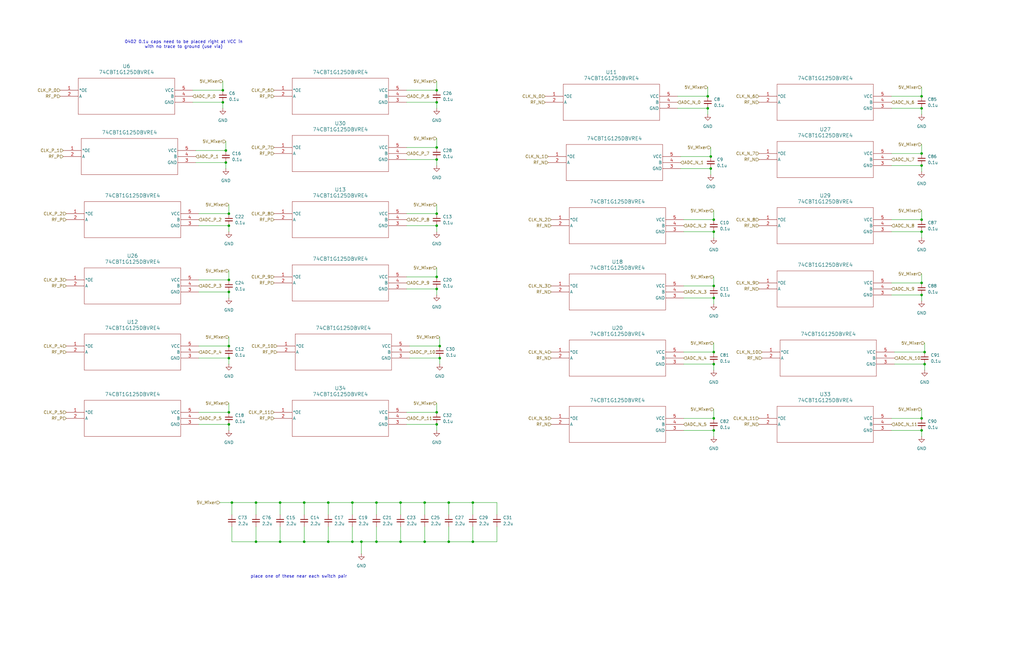
<source format=kicad_sch>
(kicad_sch (version 20250114) (generator "eeschema") (generator_version "9.0")
  (paper "B")
  (title_block (title "Rx Mixers") (date "2025-12-31") (rev "0.0") (company "Andy McCann KA3KAF and Doug McCann KA3KAG"))
  (lib_symbols
    (symbol "Device:C_Small" (pin_numbers (hide yes)) (pin_names (offset 0.254) (hide yes))
      (property "Reference" "C" (at 0.254 1.778 0))
      (property "Value" "C_Small" (at 0.254 -2.032 0))
      (symbol "C_Small_0_1"
        (polyline (pts (xy -1.524 0.508) (xy 1.524 0.508)) (stroke (width 0.3048)))
        (polyline (pts (xy -1.524 -0.508) (xy 1.524 -0.508)) (stroke (width 0.3302)))
      )
      (symbol "C_Small_1_1"
        (pin passive line (at 0 2.54 270) (length 2.032) (name "~") (number "1"))
        (pin passive line (at 0 -2.54 90) (length 2.032) (name "~") (number "2"))
      )
    )
    (symbol "SN74CBT1G125:74CBT1G125DBVRE4" (pin_names (offset 0.254))
      (property "Reference" "U" (at 27.94 10.16 0))
      (property "Value" "74CBT1G125DBVRE4" (at 27.94 7.62 0))
      (symbol "74CBT1G125DBVRE4_0_1"
        (polyline (pts (xy 7.62 5.08) (xy 7.62 -10.16)) (stroke (width 0.127)))
        (polyline (pts (xy 7.62 -10.16) (xy 48.26 -10.16)) (stroke (width 0.127)))
        (polyline (pts (xy 48.26 5.08) (xy 7.62 5.08)) (stroke (width 0.127)))
        (polyline (pts (xy 48.26 -10.16) (xy 48.26 5.08)) (stroke (width 0.127)))
        (pin input line (at 0 0 0) (length 7.62) (name "*OE") (number "1"))
        (pin input line (at 0 -2.54 0) (length 7.62) (name "A") (number "2"))
        (pin power_in line (at 55.88 0 180) (length 7.62) (name "VCC") (number "5"))
        (pin input line (at 55.88 -2.54 180) (length 7.62) (name "B") (number "4"))
        (pin power_in line (at 55.88 -5.08 180) (length 7.62) (name "GND") (number "3"))
      )
    )
    (symbol "power:GND" (power) (pin_numbers (hide yes)) (pin_names (offset 0) (hide yes))
      (property "Value" "GND" (at 0 -3.81 0))
      (symbol "GND_0_1"
        (polyline (pts (xy 0 0) (xy 0 -1.27) (xy 1.27 -1.27) (xy 0 -2.54) (xy -1.27 -1.27) (xy 0 -1.27)))
      )
      (symbol "GND_1_1"
        (pin power_in line (at 0 0 270) (length 0) (name "~") (number "1"))
      )
    )
  )
  (text "place one of these near each switch pair" (at 125.984 243.332 0) (effects (font (size 1.27 1.27))))
  (text "0402 0.1u caps need to be placed right at VCC in\nwith no trace to ground (use via)" (at 77.47 18.796 0) (effects (font (size 1.27 1.27))))
  (junction (at 96.52 95.25))
  (junction (at 179.07 228.6))
  (junction (at 184.15 95.25))
  (junction (at 388.62 181.61))
  (junction (at 107.95 212.09))
  (junction (at 96.52 179.07))
  (junction (at 168.91 228.6))
  (junction (at 179.07 212.09))
  (junction (at 97.79 212.09))
  (junction (at 128.27 212.09))
  (junction (at 118.11 228.6))
  (junction (at 300.99 120.65))
  (junction (at 138.43 228.6))
  (junction (at 300.99 97.79))
  (junction (at 388.62 124.46))
  (junction (at 96.52 146.05))
  (junction (at 299.72 71.12))
  (junction (at 388.62 45.72))
  (junction (at 168.91 212.09))
  (junction (at 389.89 153.67))
  (junction (at 118.11 212.09))
  (junction (at 298.45 40.64))
  (junction (at 300.99 125.73))
  (junction (at 388.62 40.64))
  (junction (at 184.15 173.99))
  (junction (at 96.52 123.19))
  (junction (at 388.62 69.85))
  (junction (at 199.39 228.6))
  (junction (at 389.89 148.59))
  (junction (at 158.75 228.6))
  (junction (at 185.42 146.05))
  (junction (at 189.23 212.09))
  (junction (at 96.52 151.13))
  (junction (at 184.15 179.07))
  (junction (at 388.62 92.71))
  (junction (at 199.39 212.09))
  (junction (at 93.98 43.18))
  (junction (at 388.62 119.38))
  (junction (at 185.42 151.13))
  (junction (at 93.98 38.1))
  (junction (at 184.15 43.18))
  (junction (at 300.99 181.61))
  (junction (at 184.15 62.23))
  (junction (at 96.52 90.17))
  (junction (at 128.27 228.6))
  (junction (at 95.25 68.58))
  (junction (at 388.62 176.53))
  (junction (at 158.75 212.09))
  (junction (at 388.62 97.79))
  (junction (at 95.25 63.5))
  (junction (at 189.23 228.6))
  (junction (at 184.15 90.17))
  (junction (at 300.99 148.59))
  (junction (at 148.59 212.09))
  (junction (at 138.43 212.09))
  (junction (at 298.45 45.72))
  (junction (at 148.59 228.6))
  (junction (at 299.72 66.04))
  (junction (at 152.4 228.6))
  (junction (at 300.99 176.53))
  (junction (at 184.15 38.1))
  (junction (at 300.99 92.71))
  (junction (at 107.95 228.6))
  (junction (at 184.15 116.84))
  (junction (at 184.15 121.92))
  (junction (at 388.62 64.77))
  (junction (at 300.99 153.67))
  (junction (at 184.15 67.31))
  (junction (at 96.52 173.99))
  (junction (at 96.52 118.11))
  (wire (pts (xy 375.92 69.85) (xy 388.62 69.85)))
  (wire (pts (xy 388.62 92.71) (xy 388.62 88.9)))
  (wire (pts (xy 209.55 212.09) (xy 209.55 217.17)))
  (wire (pts (xy 93.98 38.1) (xy 93.98 34.29)))
  (wire (pts (xy 184.15 90.17) (xy 184.15 86.36)))
  (wire (pts (xy 199.39 222.25) (xy 199.39 228.6)))
  (wire (pts (xy 288.29 181.61) (xy 300.99 181.61)))
  (wire (pts (xy 81.28 43.18) (xy 93.98 43.18)))
  (wire (pts (xy 388.62 124.46) (xy 388.62 127)))
  (wire (pts (xy 83.82 90.17) (xy 96.52 90.17)))
  (wire (pts (xy 97.79 228.6) (xy 107.95 228.6)))
  (wire (pts (xy 388.62 181.61) (xy 388.62 184.15)))
  (wire (pts (xy 128.27 212.09) (xy 138.43 212.09)))
  (wire (pts (xy 300.99 153.67) (xy 300.99 156.21)))
  (wire (pts (xy 288.29 120.65) (xy 300.99 120.65)))
  (wire (pts (xy 375.92 176.53) (xy 388.62 176.53)))
  (wire (pts (xy 96.52 90.17) (xy 96.52 86.36)))
  (wire (pts (xy 375.92 64.77) (xy 388.62 64.77)))
  (wire (pts (xy 138.43 212.09) (xy 138.43 217.17)))
  (wire (pts (xy 209.55 222.25) (xy 209.55 228.6)))
  (wire (pts (xy 172.72 146.05) (xy 185.42 146.05)))
  (wire (pts (xy 83.82 146.05) (xy 96.52 146.05)))
  (wire (pts (xy 300.99 181.61) (xy 300.99 184.15)))
  (wire (pts (xy 158.75 212.09) (xy 168.91 212.09)))
  (wire (pts (xy 285.75 40.64) (xy 298.45 40.64)))
  (wire (pts (xy 83.82 173.99) (xy 96.52 173.99)))
  (wire (pts (xy 300.99 148.59) (xy 300.99 144.78)))
  (wire (pts (xy 189.23 212.09) (xy 189.23 217.17)))
  (wire (pts (xy 288.29 125.73) (xy 300.99 125.73)))
  (wire (pts (xy 184.15 67.31) (xy 184.15 69.85)))
  (wire (pts (xy 184.15 179.07) (xy 184.15 181.61)))
  (wire (pts (xy 158.75 222.25) (xy 158.75 228.6)))
  (wire (pts (xy 184.15 95.25) (xy 184.15 97.79)))
  (wire (pts (xy 83.82 123.19) (xy 96.52 123.19)))
  (wire (pts (xy 199.39 228.6) (xy 209.55 228.6)))
  (wire (pts (xy 171.45 179.07) (xy 184.15 179.07)))
  (wire (pts (xy 300.99 125.73) (xy 300.99 128.27)))
  (wire (pts (xy 118.11 228.6) (xy 128.27 228.6)))
  (wire (pts (xy 107.95 212.09) (xy 118.11 212.09)))
  (wire (pts (xy 96.52 95.25) (xy 96.52 97.79)))
  (wire (pts (xy 388.62 119.38) (xy 388.62 115.57)))
  (wire (pts (xy 138.43 212.09) (xy 148.59 212.09)))
  (wire (pts (xy 168.91 212.09) (xy 179.07 212.09)))
  (wire (pts (xy 168.91 228.6) (xy 179.07 228.6)))
  (wire (pts (xy 148.59 228.6) (xy 152.4 228.6)))
  (wire (pts (xy 185.42 151.13) (xy 185.42 153.67)))
  (wire (pts (xy 375.92 181.61) (xy 388.62 181.61)))
  (wire (pts (xy 377.19 148.59) (xy 389.89 148.59)))
  (wire (pts (xy 171.45 43.18) (xy 184.15 43.18)))
  (wire (pts (xy 388.62 64.77) (xy 388.62 60.96)))
  (wire (pts (xy 300.99 120.65) (xy 300.99 116.84)))
  (wire (pts (xy 97.79 212.09) (xy 97.79 217.17)))
  (wire (pts (xy 171.45 95.25) (xy 184.15 95.25)))
  (wire (pts (xy 288.29 148.59) (xy 300.99 148.59)))
  (wire (pts (xy 287.02 71.12) (xy 299.72 71.12)))
  (wire (pts (xy 107.95 222.25) (xy 107.95 228.6)))
  (wire (pts (xy 148.59 222.25) (xy 148.59 228.6)))
  (wire (pts (xy 189.23 212.09) (xy 199.39 212.09)))
  (wire (pts (xy 288.29 176.53) (xy 300.99 176.53)))
  (wire (pts (xy 107.95 212.09) (xy 107.95 217.17)))
  (wire (pts (xy 128.27 212.09) (xy 128.27 217.17)))
  (wire (pts (xy 96.52 151.13) (xy 96.52 153.67)))
  (wire (pts (xy 288.29 153.67) (xy 300.99 153.67)))
  (wire (pts (xy 97.79 212.09) (xy 107.95 212.09)))
  (wire (pts (xy 299.72 66.04) (xy 299.72 62.23)))
  (wire (pts (xy 97.79 222.25) (xy 97.79 228.6)))
  (wire (pts (xy 96.52 173.99) (xy 96.52 170.18)))
  (wire (pts (xy 95.25 68.58) (xy 95.25 71.12)))
  (wire (pts (xy 172.72 151.13) (xy 185.42 151.13)))
  (wire (pts (xy 184.15 38.1) (xy 184.15 34.29)))
  (wire (pts (xy 95.25 63.5) (xy 95.25 59.69)))
  (wire (pts (xy 184.15 121.92) (xy 184.15 124.46)))
  (wire (pts (xy 118.11 222.25) (xy 118.11 228.6)))
  (wire (pts (xy 184.15 173.99) (xy 184.15 170.18)))
  (wire (pts (xy 171.45 173.99) (xy 184.15 173.99)))
  (wire (pts (xy 128.27 222.25) (xy 128.27 228.6)))
  (wire (pts (xy 152.4 228.6) (xy 158.75 228.6)))
  (wire (pts (xy 83.82 179.07) (xy 96.52 179.07)))
  (wire (pts (xy 375.92 40.64) (xy 388.62 40.64)))
  (wire (pts (xy 138.43 228.6) (xy 148.59 228.6)))
  (wire (pts (xy 148.59 212.09) (xy 148.59 217.17)))
  (wire (pts (xy 158.75 228.6) (xy 168.91 228.6)))
  (wire (pts (xy 118.11 212.09) (xy 118.11 217.17)))
  (wire (pts (xy 375.92 119.38) (xy 388.62 119.38)))
  (wire (pts (xy 171.45 67.31) (xy 184.15 67.31)))
  (wire (pts (xy 388.62 69.85) (xy 388.62 72.39)))
  (wire (pts (xy 179.07 212.09) (xy 189.23 212.09)))
  (wire (pts (xy 388.62 45.72) (xy 388.62 48.26)))
  (wire (pts (xy 96.52 179.07) (xy 96.52 181.61)))
  (wire (pts (xy 199.39 212.09) (xy 209.55 212.09)))
  (wire (pts (xy 128.27 228.6) (xy 138.43 228.6)))
  (wire (pts (xy 300.99 97.79) (xy 300.99 100.33)))
  (wire (pts (xy 375.92 124.46) (xy 388.62 124.46)))
  (wire (pts (xy 83.82 95.25) (xy 96.52 95.25)))
  (wire (pts (xy 179.07 222.25) (xy 179.07 228.6)))
  (wire (pts (xy 148.59 212.09) (xy 158.75 212.09)))
  (wire (pts (xy 158.75 212.09) (xy 158.75 217.17)))
  (wire (pts (xy 171.45 38.1) (xy 184.15 38.1)))
  (wire (pts (xy 96.52 123.19) (xy 96.52 125.73)))
  (wire (pts (xy 388.62 97.79) (xy 388.62 100.33)))
  (wire (pts (xy 377.19 153.67) (xy 389.89 153.67)))
  (wire (pts (xy 92.71 212.09) (xy 97.79 212.09)))
  (wire (pts (xy 118.11 212.09) (xy 128.27 212.09)))
  (wire (pts (xy 375.92 45.72) (xy 388.62 45.72)))
  (wire (pts (xy 199.39 212.09) (xy 199.39 217.17)))
  (wire (pts (xy 81.28 38.1) (xy 93.98 38.1)))
  (wire (pts (xy 96.52 118.11) (xy 96.52 114.3)))
  (wire (pts (xy 179.07 228.6) (xy 189.23 228.6)))
  (wire (pts (xy 288.29 92.71) (xy 300.99 92.71)))
  (wire (pts (xy 288.29 97.79) (xy 300.99 97.79)))
  (wire (pts (xy 299.72 71.12) (xy 299.72 73.66)))
  (wire (pts (xy 300.99 92.71) (xy 300.99 88.9)))
  (wire (pts (xy 184.15 116.84) (xy 184.15 113.03)))
  (wire (pts (xy 298.45 45.72) (xy 298.45 48.26)))
  (wire (pts (xy 389.89 148.59) (xy 389.89 144.78)))
  (wire (pts (xy 389.89 153.67) (xy 389.89 156.21)))
  (wire (pts (xy 168.91 222.25) (xy 168.91 228.6)))
  (wire (pts (xy 171.45 116.84) (xy 184.15 116.84)))
  (wire (pts (xy 138.43 222.25) (xy 138.43 228.6)))
  (wire (pts (xy 298.45 40.64) (xy 298.45 36.83)))
  (wire (pts (xy 185.42 146.05) (xy 185.42 142.24)))
  (wire (pts (xy 171.45 90.17) (xy 184.15 90.17)))
  (wire (pts (xy 285.75 45.72) (xy 298.45 45.72)))
  (wire (pts (xy 168.91 212.09) (xy 168.91 217.17)))
  (wire (pts (xy 184.15 43.18) (xy 184.15 45.72)))
  (wire (pts (xy 189.23 228.6) (xy 199.39 228.6)))
  (wire (pts (xy 96.52 146.05) (xy 96.52 142.24)))
  (wire (pts (xy 184.15 62.23) (xy 184.15 58.42)))
  (wire (pts (xy 171.45 121.92) (xy 184.15 121.92)))
  (wire (pts (xy 93.98 43.18) (xy 93.98 45.72)))
  (wire (pts (xy 171.45 62.23) (xy 184.15 62.23)))
  (wire (pts (xy 388.62 176.53) (xy 388.62 172.72)))
  (wire (pts (xy 179.07 212.09) (xy 179.07 217.17)))
  (wire (pts (xy 82.55 63.5) (xy 95.25 63.5)))
  (wire (pts (xy 287.02 66.04) (xy 299.72 66.04)))
  (wire (pts (xy 375.92 97.79) (xy 388.62 97.79)))
  (wire (pts (xy 300.99 176.53) (xy 300.99 172.72)))
  (wire (pts (xy 189.23 222.25) (xy 189.23 228.6)))
  (wire (pts (xy 83.82 151.13) (xy 96.52 151.13)))
  (wire (pts (xy 388.62 40.64) (xy 388.62 36.83)))
  (wire (pts (xy 82.55 68.58) (xy 95.25 68.58)))
  (wire (pts (xy 375.92 92.71) (xy 388.62 92.71)))
  (wire (pts (xy 152.4 228.6) (xy 152.4 233.68)))
  (wire (pts (xy 107.95 228.6) (xy 118.11 228.6)))
  (wire (pts (xy 83.82 118.11) (xy 96.52 118.11)))
  (hierarchical_label "CLK_N_8" (shape input) (at 320.04 92.71 180))
  (hierarchical_label "RF_P" (shape input) (at 27.94 148.59 180))
  (hierarchical_label "RF_N" (shape input) (at 320.04 179.07 180))
  (hierarchical_label "5V_Mixer" (shape input) (at 388.62 88.9 180))
  (hierarchical_label "ADC_P_0" (shape input) (at 81.28 40.64 0))
  (hierarchical_label "5V_Mixer" (shape input) (at 185.42 142.24 180))
  (hierarchical_label "CLK_N_0" (shape input) (at 229.87 40.64 180))
  (hierarchical_label "5V_Mixer" (shape input) (at 300.99 172.72 180))
  (hierarchical_label "CLK_P_1" (shape input) (at 26.67 63.5 180))
  (hierarchical_label "ADC_P_9" (shape input) (at 171.45 119.38 0))
  (hierarchical_label "RF_N" (shape input) (at 321.31 151.13 180))
  (hierarchical_label "ADC_N_3" (shape input) (at 288.29 123.19 0))
  (hierarchical_label "CLK_P_7" (shape input) (at 115.57 62.23 180))
  (hierarchical_label "ADC_P_2" (shape input) (at 83.82 92.71 0))
  (hierarchical_label "RF_N" (shape input) (at 232.41 95.25 180))
  (hierarchical_label "CLK_P_4" (shape input) (at 27.94 146.05 180))
  (hierarchical_label "ADC_N_4" (shape input) (at 288.29 151.13 0))
  (hierarchical_label "5V_Mixer" (shape input) (at 389.89 144.78 180))
  (hierarchical_label "CLK_N_2" (shape input) (at 232.41 92.71 180))
  (hierarchical_label "ADC_P_3" (shape input) (at 83.82 120.65 0))
  (hierarchical_label "CLK_N_7" (shape input) (at 320.04 64.77 180))
  (hierarchical_label "ADC_N_1" (shape input) (at 287.02 68.58 0))
  (hierarchical_label "RF_N" (shape input) (at 229.87 43.18 180))
  (hierarchical_label "ADC_N_8" (shape input) (at 375.92 95.25 0))
  (hierarchical_label "5V_Mixer" (shape input) (at 96.52 170.18 180))
  (hierarchical_label "CLK_P_0" (shape input) (at 25.4 38.1 180))
  (hierarchical_label "RF_N" (shape input) (at 231.14 68.58 180))
  (hierarchical_label "RF_P" (shape input) (at 115.57 92.71 180))
  (hierarchical_label "ADC_P_4" (shape input) (at 83.82 148.59 0))
  (hierarchical_label "5V_Mixer" (shape input) (at 298.45 36.83 180))
  (hierarchical_label "CLK_N_10" (shape input) (at 321.31 148.59 180))
  (hierarchical_label "5V_Mixer" (shape input) (at 388.62 36.83 180))
  (hierarchical_label "RF_P" (shape input) (at 115.57 119.38 180))
  (hierarchical_label "RF_P" (shape input) (at 25.4 40.64 180))
  (hierarchical_label "CLK_P_9" (shape input) (at 115.57 116.84 180))
  (hierarchical_label "CLK_P_5" (shape input) (at 27.94 173.99 180))
  (hierarchical_label "5V_Mixer" (shape input) (at 388.62 60.96 180))
  (hierarchical_label "5V_Mixer" (shape input) (at 92.71 212.09 180))
  (hierarchical_label "5V_Mixer" (shape input) (at 95.25 59.69 180))
  (hierarchical_label "RF_P" (shape input) (at 26.67 66.04 180))
  (hierarchical_label "5V_Mixer" (shape input) (at 184.15 113.03 180))
  (hierarchical_label "ADC_N_0" (shape input) (at 285.75 43.18 0))
  (hierarchical_label "ADC_P_1" (shape input) (at 82.55 66.04 0))
  (hierarchical_label "5V_Mixer" (shape input) (at 300.99 88.9 180))
  (hierarchical_label "RF_P" (shape input) (at 115.57 64.77 180))
  (hierarchical_label "RF_P" (shape input) (at 27.94 176.53 180))
  (hierarchical_label "ADC_N_7" (shape input) (at 375.92 67.31 0))
  (hierarchical_label "RF_P" (shape input) (at 115.57 40.64 180))
  (hierarchical_label "CLK_P_11" (shape input) (at 115.57 173.99 180))
  (hierarchical_label "5V_Mixer" (shape input) (at 96.52 142.24 180))
  (hierarchical_label "CLK_P_8" (shape input) (at 115.57 90.17 180))
  (hierarchical_label "RF_P" (shape input) (at 115.57 176.53 180))
  (hierarchical_label "ADC_N_6" (shape input) (at 375.92 43.18 0))
  (hierarchical_label "ADC_N_2" (shape input) (at 288.29 95.25 0))
  (hierarchical_label "RF_N" (shape input) (at 320.04 95.25 180))
  (hierarchical_label "5V_Mixer" (shape input) (at 96.52 86.36 180))
  (hierarchical_label "5V_Mixer" (shape input) (at 388.62 115.57 180))
  (hierarchical_label "RF_N" (shape input) (at 232.41 151.13 180))
  (hierarchical_label "5V_Mixer" (shape input) (at 184.15 34.29 180))
  (hierarchical_label "CLK_N_11" (shape input) (at 320.04 176.53 180))
  (hierarchical_label "RF_N" (shape input) (at 232.41 179.07 180))
  (hierarchical_label "CLK_N_9" (shape input) (at 320.04 119.38 180))
  (hierarchical_label "5V_Mixer" (shape input) (at 300.99 116.84 180))
  (hierarchical_label "CLK_P_6" (shape input) (at 115.57 38.1 180))
  (hierarchical_label "CLK_P_3" (shape input) (at 27.94 118.11 180))
  (hierarchical_label "ADC_N_9" (shape input) (at 375.92 121.92 0))
  (hierarchical_label "ADC_P_10" (shape input) (at 172.72 148.59 0))
  (hierarchical_label "5V_Mixer" (shape input) (at 184.15 170.18 180))
  (hierarchical_label "RF_P" (shape input) (at 27.94 92.71 180))
  (hierarchical_label "CLK_N_5" (shape input) (at 232.41 176.53 180))
  (hierarchical_label "ADC_N_10" (shape input) (at 377.19 151.13 0))
  (hierarchical_label "ADC_P_8" (shape input) (at 171.45 92.71 0))
  (hierarchical_label "RF_N" (shape input) (at 320.04 67.31 180))
  (hierarchical_label "RF_N" (shape input) (at 320.04 43.18 180))
  (hierarchical_label "CLK_N_3" (shape input) (at 232.41 120.65 180))
  (hierarchical_label "5V_Mixer" (shape input) (at 300.99 144.78 180))
  (hierarchical_label "RF_P" (shape input) (at 116.84 148.59 180))
  (hierarchical_label "RF_P" (shape input) (at 27.94 120.65 180))
  (hierarchical_label "5V_Mixer" (shape input) (at 184.15 58.42 180))
  (hierarchical_label "RF_N" (shape input) (at 320.04 121.92 180))
  (hierarchical_label "CLK_P_10" (shape input) (at 116.84 146.05 180))
  (hierarchical_label "ADC_P_7" (shape input) (at 171.45 64.77 0))
  (hierarchical_label "5V_Mixer" (shape input) (at 184.15 86.36 180))
  (hierarchical_label "ADC_P_5" (shape input) (at 83.82 176.53 0))
  (hierarchical_label "ADC_N_5" (shape input) (at 288.29 179.07 0))
  (hierarchical_label "ADC_N_11" (shape input) (at 375.92 179.07 0))
  (hierarchical_label "5V_Mixer" (shape input) (at 93.98 34.29 180))
  (hierarchical_label "ADC_P_11" (shape input) (at 171.45 176.53 0))
  (hierarchical_label "ADC_P_6" (shape input) (at 171.45 40.64 0))
  (hierarchical_label "CLK_N_6" (shape input) (at 320.04 40.64 180))
  (hierarchical_label "5V_Mixer" (shape input) (at 388.62 172.72 180))
  (hierarchical_label "RF_N" (shape input) (at 232.41 123.19 180))
  (hierarchical_label "CLK_P_2" (shape input) (at 27.94 90.17 180))
  (hierarchical_label "5V_Mixer" (shape input) (at 96.52 114.3 180))
  (hierarchical_label "CLK_N_1" (shape input) (at 231.14 66.04 180))
  (hierarchical_label "CLK_N_4" (shape input) (at 232.41 148.59 180))
  (hierarchical_label "5V_Mixer" (shape input) (at 299.72 62.23 180))
  (symbol (lib_id "Device:C_Small") (at 300.99 95.25 0) (unit 1)
    (property "Reference" "C10" (at 303.53 93.9862 0) (effects (justify left)))
    (property "Value" "0.1u" (at 303.53 96.5262 0) (effects (justify left)))
    (property "Footprint" "Resistor_SMD:R_0402_1005Metric_Pad0.72x0.64mm_HandSolder" (effects (hide yes)))
    (property "Description" "Unpolarized capacitor, small symbol" (effects (hide yes)))
  )
  (symbol (lib_id "power:GND") (at 152.4 233.68 0) (unit 1)
    (property "Reference" "#PWR053" (effects (hide yes)))
    (property "Value" "GND" (at 152.4 238.76 0))
    (property "Description" "Power symbol creates a global label with name \"GND\" , ground" (effects (hide yes)))
  )
  (symbol (lib_id "Device:C_Small") (at 184.15 64.77 0) (unit 1)
    (property "Reference" "C28" (at 186.69 63.5062 0) (effects (justify left)))
    (property "Value" "0.1u" (at 186.69 66.0462 0) (effects (justify left)))
    (property "Footprint" "Resistor_SMD:R_0402_1005Metric_Pad0.72x0.64mm_HandSolder" (effects (hide yes)))
    (property "Description" "Unpolarized capacitor, small symbol" (effects (hide yes)))
  )
  (symbol (lib_id "Device:C_Small") (at 388.62 121.92 0) (unit 1)
    (property "Reference" "C88" (at 391.16 120.6562 0) (effects (justify left)))
    (property "Value" "0.1u" (at 391.16 123.1962 0) (effects (justify left)))
    (property "Footprint" "Resistor_SMD:R_0402_1005Metric_Pad0.72x0.64mm_HandSolder" (effects (hide yes)))
    (property "Description" "Unpolarized capacitor, small symbol" (effects (hide yes)))
  )
  (symbol (lib_id "Device:C_Small") (at 118.11 219.71 0) (unit 1)
    (property "Reference" "C15" (at 120.65 218.4462 0) (effects (justify left)))
    (property "Value" "2.2u" (at 120.65 220.9862 0) (effects (justify left)))
    (property "Description" "Unpolarized capacitor, small symbol" (effects (hide yes)))
  )
  (symbol (lib_id "SN74CBT1G125:74CBT1G125DBVRE4") (at 27.94 118.11 0) (unit 1)
    (property "Reference" "U26" (at 55.88 107.95 0) (effects (font (size 1.524 1.524))))
    (property "Value" "74CBT1G125DBVRE4" (at 55.88 110.49 0) (effects (font (size 1.524 1.524))))
    (property "Footprint" "DBV5" (effects (hide yes)))
    (property "Datasheet" "https://www.ti.com/lit/gpn/sn74cbt1g125" (effects (hide yes)))
  )
  (symbol (lib_id "power:GND") (at 388.62 100.33 0) (unit 1)
    (property "Reference" "#PWR025" (effects (hide yes)))
    (property "Value" "GND" (at 388.62 105.41 0))
    (property "Description" "Power symbol creates a global label with name \"GND\" , ground" (effects (hide yes)))
  )
  (symbol (lib_id "power:GND") (at 300.99 184.15 0) (unit 1)
    (property "Reference" "#PWR019" (effects (hide yes)))
    (property "Value" "GND" (at 300.99 189.23 0))
    (property "Description" "Power symbol creates a global label with name \"GND\" , ground" (effects (hide yes)))
  )
  (symbol (lib_id "Device:C_Small") (at 158.75 219.71 0) (unit 1)
    (property "Reference" "C21" (at 161.29 218.4462 0) (effects (justify left)))
    (property "Value" "2.2u" (at 161.29 220.9862 0) (effects (justify left)))
    (property "Description" "Unpolarized capacitor, small symbol" (effects (hide yes)))
  )
  (symbol (lib_id "SN74CBT1G125:74CBT1G125DBVRE4") (at 115.57 173.99 0) (unit 1)
    (property "Reference" "U34" (at 143.51 163.83 0) (effects (font (size 1.524 1.524))))
    (property "Value" "74CBT1G125DBVRE4" (at 143.51 166.37 0) (effects (font (size 1.524 1.524))))
    (property "Footprint" "DBV5" (effects (hide yes)))
    (property "Datasheet" "https://www.ti.com/lit/gpn/sn74cbt1g125" (effects (hide yes)))
  )
  (symbol (lib_id "Device:C_Small") (at 138.43 219.71 0) (unit 1)
    (property "Reference" "C17" (at 140.97 218.4462 0) (effects (justify left)))
    (property "Value" "2.2u" (at 140.97 220.9862 0) (effects (justify left)))
    (property "Description" "Unpolarized capacitor, small symbol" (effects (hide yes)))
  )
  (symbol (lib_id "power:GND") (at 96.52 97.79 0) (unit 1)
    (property "Reference" "#PWR020" (effects (hide yes)))
    (property "Value" "GND" (at 96.52 102.87 0))
    (property "Description" "Power symbol creates a global label with name \"GND\" , ground" (effects (hide yes)))
  )
  (symbol (lib_id "SN74CBT1G125:74CBT1G125DBVRE4") (at 320.04 40.64 0) (unit 1)
    (property "Reference" "U25" (effects (hide yes)))
    (property "Value" "74CBT1G125DBVRE4" (at 347.98 33.02 0) (effects (font (size 1.524 1.524))))
    (property "Footprint" "DBV5" (effects (hide yes)))
    (property "Datasheet" "https://www.ti.com/lit/gpn/sn74cbt1g125" (effects (hide yes)))
  )
  (symbol (lib_id "Device:C_Small") (at 96.52 92.71 0) (unit 1)
    (property "Reference" "C22" (at 99.06 91.4462 0) (effects (justify left)))
    (property "Value" "0.1u" (at 99.06 93.9862 0) (effects (justify left)))
    (property "Footprint" "Resistor_SMD:R_0402_1005Metric_Pad0.72x0.64mm_HandSolder" (effects (hide yes)))
    (property "Description" "Unpolarized capacitor, small symbol" (effects (hide yes)))
  )
  (symbol (lib_id "Device:C_Small") (at 128.27 219.71 0) (unit 1)
    (property "Reference" "C14" (at 130.81 218.4462 0) (effects (justify left)))
    (property "Value" "2.2u" (at 130.81 220.9862 0) (effects (justify left)))
    (property "Description" "Unpolarized capacitor, small symbol" (effects (hide yes)))
  )
  (symbol (lib_id "power:GND") (at 300.99 128.27 0) (unit 1)
    (property "Reference" "#PWR015" (effects (hide yes)))
    (property "Value" "GND" (at 300.99 133.35 0))
    (property "Description" "Power symbol creates a global label with name \"GND\" , ground" (effects (hide yes)))
  )
  (symbol (lib_id "power:GND") (at 184.15 97.79 0) (unit 1)
    (property "Reference" "#PWR011" (effects (hide yes)))
    (property "Value" "GND" (at 184.15 102.87 0))
    (property "Description" "Power symbol creates a global label with name \"GND\" , ground" (effects (hide yes)))
  )
  (symbol (lib_id "Device:C_Small") (at 298.45 43.18 0) (unit 1)
    (property "Reference" "C8" (at 300.99 41.9162 0) (effects (justify left)))
    (property "Value" "0.1u" (at 300.99 44.4562 0) (effects (justify left)))
    (property "Footprint" "Resistor_SMD:R_0402_1005Metric_Pad0.72x0.64mm_HandSolder" (effects (hide yes)))
    (property "Description" "Unpolarized capacitor, small symbol" (effects (hide yes)))
  )
  (symbol (lib_id "Device:C_Small") (at 199.39 219.71 0) (unit 1)
    (property "Reference" "C29" (at 201.93 218.4462 0) (effects (justify left)))
    (property "Value" "2.2u" (at 201.93 220.9862 0) (effects (justify left)))
    (property "Description" "Unpolarized capacitor, small symbol" (effects (hide yes)))
  )
  (symbol (lib_id "SN74CBT1G125:74CBT1G125DBVRE4") (at 115.57 62.23 0) (unit 1)
    (property "Reference" "U30" (at 143.51 52.07 0) (effects (font (size 1.524 1.524))))
    (property "Value" "74CBT1G125DBVRE4" (at 143.51 54.61 0) (effects (font (size 1.524 1.524))))
    (property "Footprint" "DBV5" (effects (hide yes)))
    (property "Datasheet" "https://www.ti.com/lit/gpn/sn74cbt1g125" (effects (hide yes)))
  )
  (symbol (lib_id "Device:C_Small") (at 107.95 219.71 0) (unit 1)
    (property "Reference" "C76" (at 110.49 218.4462 0) (effects (justify left)))
    (property "Value" "2.2u" (at 110.49 220.9862 0) (effects (justify left)))
    (property "Description" "Unpolarized capacitor, small symbol" (effects (hide yes)))
  )
  (symbol (lib_id "Device:C_Small") (at 179.07 219.71 0) (unit 1)
    (property "Reference" "C25" (at 181.61 218.4462 0) (effects (justify left)))
    (property "Value" "2.2u" (at 181.61 220.9862 0) (effects (justify left)))
    (property "Description" "Unpolarized capacitor, small symbol" (effects (hide yes)))
  )
  (symbol (lib_id "Device:C_Small") (at 184.15 119.38 0) (unit 1)
    (property "Reference" "C20" (at 186.69 118.1162 0) (effects (justify left)))
    (property "Value" "0.1u" (at 186.69 120.6562 0) (effects (justify left)))
    (property "Footprint" "Resistor_SMD:R_0402_1005Metric_Pad0.72x0.64mm_HandSolder" (effects (hide yes)))
    (property "Description" "Unpolarized capacitor, small symbol" (effects (hide yes)))
  )
  (symbol (lib_id "power:GND") (at 184.15 45.72 0) (unit 1)
    (property "Reference" "#PWR024" (effects (hide yes)))
    (property "Value" "GND" (at 184.15 50.8 0))
    (property "Description" "Power symbol creates a global label with name \"GND\" , ground" (effects (hide yes)))
  )
  (symbol (lib_id "Device:C_Small") (at 93.98 40.64 0) (unit 1)
    (property "Reference" "C6" (at 96.52 39.3762 0) (effects (justify left)))
    (property "Value" "0.1u" (at 96.52 41.9162 0) (effects (justify left)))
    (property "Footprint" "Resistor_SMD:R_0402_1005Metric_Pad0.72x0.64mm_HandSolder" (effects (hide yes)))
    (property "Description" "Unpolarized capacitor, small symbol" (effects (hide yes)))
  )
  (symbol (lib_id "SN74CBT1G125:74CBT1G125DBVRE4") (at 26.67 63.5 0) (unit 1)
    (property "Reference" "U17" (effects (hide yes)))
    (property "Value" "74CBT1G125DBVRE4" (at 54.61 55.88 0) (effects (font (size 1.524 1.524))))
    (property "Footprint" "DBV5" (effects (hide yes)))
    (property "Datasheet" "https://www.ti.com/lit/gpn/sn74cbt1g125" (effects (hide yes)))
  )
  (symbol (lib_id "Device:C_Small") (at 388.62 179.07 0) (unit 1)
    (property "Reference" "C90" (at 391.16 177.8062 0) (effects (justify left)))
    (property "Value" "0.1u" (at 391.16 180.3462 0) (effects (justify left)))
    (property "Footprint" "Resistor_SMD:R_0402_1005Metric_Pad0.72x0.64mm_HandSolder" (effects (hide yes)))
    (property "Description" "Unpolarized capacitor, small symbol" (effects (hide yes)))
  )
  (symbol (lib_id "power:GND") (at 184.15 124.46 0) (unit 1)
    (property "Reference" "#PWR018" (effects (hide yes)))
    (property "Value" "GND" (at 184.15 129.54 0))
    (property "Description" "Power symbol creates a global label with name \"GND\" , ground" (effects (hide yes)))
  )
  (symbol (lib_id "Device:C_Small") (at 95.25 66.04 0) (unit 1)
    (property "Reference" "C16" (at 97.79 64.7762 0) (effects (justify left)))
    (property "Value" "0.1u" (at 97.79 67.3162 0) (effects (justify left)))
    (property "Footprint" "Resistor_SMD:R_0402_1005Metric_Pad0.72x0.64mm_HandSolder" (effects (hide yes)))
    (property "Description" "Unpolarized capacitor, small symbol" (effects (hide yes)))
  )
  (symbol (lib_id "SN74CBT1G125:74CBT1G125DBVRE4") (at 115.57 90.17 0) (unit 1)
    (property "Reference" "U13" (at 143.51 80.01 0) (effects (font (size 1.524 1.524))))
    (property "Value" "74CBT1G125DBVRE4" (at 143.51 82.55 0) (effects (font (size 1.524 1.524))))
    (property "Footprint" "DBV5" (effects (hide yes)))
    (property "Datasheet" "https://www.ti.com/lit/gpn/sn74cbt1g125" (effects (hide yes)))
  )
  (symbol (lib_id "SN74CBT1G125:74CBT1G125DBVRE4") (at 231.14 66.04 0) (unit 1)
    (property "Reference" "U14" (effects (hide yes)))
    (property "Value" "74CBT1G125DBVRE4" (at 259.08 58.42 0) (effects (font (size 1.524 1.524))))
    (property "Footprint" "DBV5" (effects (hide yes)))
    (property "Datasheet" "https://www.ti.com/lit/gpn/sn74cbt1g125" (effects (hide yes)))
  )
  (symbol (lib_id "Device:C_Small") (at 97.79 219.71 0) (unit 1)
    (property "Reference" "C73" (at 100.33 218.4462 0) (effects (justify left)))
    (property "Value" "2.2u" (at 100.33 220.9862 0) (effects (justify left)))
    (property "Description" "Unpolarized capacitor, small symbol" (effects (hide yes)))
  )
  (symbol (lib_id "Device:C_Small") (at 209.55 219.71 0) (unit 1)
    (property "Reference" "C31" (at 212.09 218.4462 0) (effects (justify left)))
    (property "Value" "2.2u" (at 212.09 220.9862 0) (effects (justify left)))
    (property "Description" "Unpolarized capacitor, small symbol" (effects (hide yes)))
  )
  (symbol (lib_id "Device:C_Small") (at 389.89 151.13 0) (unit 1)
    (property "Reference" "C91" (at 392.43 149.8662 0) (effects (justify left)))
    (property "Value" "0.1u" (at 392.43 152.4062 0) (effects (justify left)))
    (property "Footprint" "Resistor_SMD:R_0402_1005Metric_Pad0.72x0.64mm_HandSolder" (effects (hide yes)))
    (property "Description" "Unpolarized capacitor, small symbol" (effects (hide yes)))
  )
  (symbol (lib_id "Device:C_Small") (at 300.99 123.19 0) (unit 1)
    (property "Reference" "C11" (at 303.53 121.9262 0) (effects (justify left)))
    (property "Value" "0.1u" (at 303.53 124.4662 0) (effects (justify left)))
    (property "Footprint" "Resistor_SMD:R_0402_1005Metric_Pad0.72x0.64mm_HandSolder" (effects (hide yes)))
    (property "Description" "Unpolarized capacitor, small symbol" (effects (hide yes)))
  )
  (symbol (lib_id "SN74CBT1G125:74CBT1G125DBVRE4") (at 229.87 40.64 0) (unit 1)
    (property "Reference" "U11" (at 257.81 30.48 0) (effects (font (size 1.524 1.524))))
    (property "Value" "74CBT1G125DBVRE4" (at 257.81 33.02 0) (effects (font (size 1.524 1.524))))
    (property "Footprint" "DBV5" (effects (hide yes)))
    (property "Datasheet" "https://www.ti.com/lit/gpn/sn74cbt1g125" (effects (hide yes)))
  )
  (symbol (lib_id "Device:C_Small") (at 300.99 151.13 0) (unit 1)
    (property "Reference" "C81" (at 303.53 149.8662 0) (effects (justify left)))
    (property "Value" "0.1u" (at 303.53 152.4062 0) (effects (justify left)))
    (property "Footprint" "Resistor_SMD:R_0402_1005Metric_Pad0.72x0.64mm_HandSolder" (effects (hide yes)))
    (property "Description" "Unpolarized capacitor, small symbol" (effects (hide yes)))
  )
  (symbol (lib_id "power:GND") (at 299.72 73.66 0) (unit 1)
    (property "Reference" "#PWR012" (effects (hide yes)))
    (property "Value" "GND" (at 299.72 78.74 0))
    (property "Description" "Power symbol creates a global label with name \"GND\" , ground" (effects (hide yes)))
  )
  (symbol (lib_id "power:GND") (at 95.25 71.12 0) (unit 1)
    (property "Reference" "#PWR014" (effects (hide yes)))
    (property "Value" "GND" (at 95.25 76.2 0))
    (property "Description" "Power symbol creates a global label with name \"GND\" , ground" (effects (hide yes)))
  )
  (symbol (lib_id "power:GND") (at 184.15 69.85 0) (unit 1)
    (property "Reference" "#PWR026" (effects (hide yes)))
    (property "Value" "GND" (at 184.15 74.93 0))
    (property "Description" "Power symbol creates a global label with name \"GND\" , ground" (effects (hide yes)))
  )
  (symbol (lib_id "Device:C_Small") (at 299.72 68.58 0) (unit 1)
    (property "Reference" "C9" (at 302.26 67.3162 0) (effects (justify left)))
    (property "Value" "0.1u" (at 302.26 69.8562 0) (effects (justify left)))
    (property "Footprint" "Resistor_SMD:R_0402_1005Metric_Pad0.72x0.64mm_HandSolder" (effects (hide yes)))
    (property "Description" "Unpolarized capacitor, small symbol" (effects (hide yes)))
  )
  (symbol (lib_id "Device:C_Small") (at 96.52 120.65 0) (unit 1)
    (property "Reference" "C24" (at 99.06 119.3862 0) (effects (justify left)))
    (property "Value" "0.1u" (at 99.06 121.9262 0) (effects (justify left)))
    (property "Footprint" "Resistor_SMD:R_0402_1005Metric_Pad0.72x0.64mm_HandSolder" (effects (hide yes)))
    (property "Description" "Unpolarized capacitor, small symbol" (effects (hide yes)))
  )
  (symbol (lib_id "Device:C_Small") (at 184.15 92.71 0) (unit 1)
    (property "Reference" "C13" (at 186.69 91.4462 0) (effects (justify left)))
    (property "Value" "0.1u" (at 186.69 93.9862 0) (effects (justify left)))
    (property "Footprint" "Resistor_SMD:R_0402_1005Metric_Pad0.72x0.64mm_HandSolder" (effects (hide yes)))
    (property "Description" "Unpolarized capacitor, small symbol" (effects (hide yes)))
  )
  (symbol (lib_id "SN74CBT1G125:74CBT1G125DBVRE4") (at 232.41 92.71 0) (unit 1)
    (property "Reference" "U16" (effects (hide yes)))
    (property "Value" "74CBT1G125DBVRE4" (at 260.35 85.09 0) (effects (font (size 1.524 1.524))))
    (property "Footprint" "DBV5" (effects (hide yes)))
    (property "Datasheet" "https://www.ti.com/lit/gpn/sn74cbt1g125" (effects (hide yes)))
  )
  (symbol (lib_id "Device:C_Small") (at 388.62 43.18 0) (unit 1)
    (property "Reference" "C85" (at 391.16 41.9162 0) (effects (justify left)))
    (property "Value" "0.1u" (at 391.16 44.4562 0) (effects (justify left)))
    (property "Footprint" "Resistor_SMD:R_0402_1005Metric_Pad0.72x0.64mm_HandSolder" (effects (hide yes)))
    (property "Description" "Unpolarized capacitor, small symbol" (effects (hide yes)))
  )
  (symbol (lib_id "power:GND") (at 185.42 153.67 0) (unit 1)
    (property "Reference" "#PWR028" (effects (hide yes)))
    (property "Value" "GND" (at 185.42 158.75 0))
    (property "Description" "Power symbol creates a global label with name \"GND\" , ground" (effects (hide yes)))
  )
  (symbol (lib_id "Device:C_Small") (at 96.52 176.53 0) (unit 1)
    (property "Reference" "C18" (at 99.06 175.2662 0) (effects (justify left)))
    (property "Value" "0.1u" (at 99.06 177.8062 0) (effects (justify left)))
    (property "Footprint" "Resistor_SMD:R_0402_1005Metric_Pad0.72x0.64mm_HandSolder" (effects (hide yes)))
    (property "Description" "Unpolarized capacitor, small symbol" (effects (hide yes)))
  )
  (symbol (lib_id "SN74CBT1G125:74CBT1G125DBVRE4") (at 320.04 176.53 0) (unit 1)
    (property "Reference" "U33" (at 347.98 166.37 0) (effects (font (size 1.524 1.524))))
    (property "Value" "74CBT1G125DBVRE4" (at 347.98 168.91 0) (effects (font (size 1.524 1.524))))
    (property "Footprint" "DBV5" (effects (hide yes)))
    (property "Datasheet" "https://www.ti.com/lit/gpn/sn74cbt1g125" (effects (hide yes)))
  )
  (symbol (lib_id "power:GND") (at 96.52 153.67 0) (unit 1)
    (property "Reference" "#PWR010" (effects (hide yes)))
    (property "Value" "GND" (at 96.52 158.75 0))
    (property "Description" "Power symbol creates a global label with name \"GND\" , ground" (effects (hide yes)))
  )
  (symbol (lib_id "Device:C_Small") (at 189.23 219.71 0) (unit 1)
    (property "Reference" "C27" (at 191.77 218.4462 0) (effects (justify left)))
    (property "Value" "2.2u" (at 191.77 220.9862 0) (effects (justify left)))
    (property "Description" "Unpolarized capacitor, small symbol" (effects (hide yes)))
  )
  (symbol (lib_id "power:GND") (at 93.98 45.72 0) (unit 1)
    (property "Reference" "#PWR01" (effects (hide yes)))
    (property "Value" "GND" (at 93.98 50.8 0))
    (property "Description" "Power symbol creates a global label with name \"GND\" , ground" (effects (hide yes)))
  )
  (symbol (lib_id "SN74CBT1G125:74CBT1G125DBVRE4") (at 320.04 64.77 0) (unit 1)
    (property "Reference" "U27" (at 347.98 54.61 0) (effects (font (size 1.524 1.524))))
    (property "Value" "74CBT1G125DBVRE4" (at 347.98 57.15 0) (effects (font (size 1.524 1.524))))
    (property "Footprint" "DBV5" (effects (hide yes)))
    (property "Datasheet" "https://www.ti.com/lit/gpn/sn74cbt1g125" (effects (hide yes)))
  )
  (symbol (lib_id "SN74CBT1G125:74CBT1G125DBVRE4") (at 27.94 146.05 0) (unit 1)
    (property "Reference" "U12" (at 55.88 135.89 0) (effects (font (size 1.524 1.524))))
    (property "Value" "74CBT1G125DBVRE4" (at 55.88 138.43 0) (effects (font (size 1.524 1.524))))
    (property "Footprint" "DBV5" (effects (hide yes)))
    (property "Datasheet" "https://www.ti.com/lit/gpn/sn74cbt1g125" (effects (hide yes)))
  )
  (symbol (lib_id "Device:C_Small") (at 300.99 179.07 0) (unit 1)
    (property "Reference" "C82" (at 303.53 177.8062 0) (effects (justify left)))
    (property "Value" "0.1u" (at 303.53 180.3462 0) (effects (justify left)))
    (property "Footprint" "Resistor_SMD:R_0402_1005Metric_Pad0.72x0.64mm_HandSolder" (effects (hide yes)))
    (property "Description" "Unpolarized capacitor, small symbol" (effects (hide yes)))
  )
  (symbol (lib_id "Device:C_Small") (at 388.62 95.25 0) (unit 1)
    (property "Reference" "C87" (at 391.16 93.9862 0) (effects (justify left)))
    (property "Value" "0.1u" (at 391.16 96.5262 0) (effects (justify left)))
    (property "Footprint" "Resistor_SMD:R_0402_1005Metric_Pad0.72x0.64mm_HandSolder" (effects (hide yes)))
    (property "Description" "Unpolarized capacitor, small symbol" (effects (hide yes)))
  )
  (symbol (lib_id "SN74CBT1G125:74CBT1G125DBVRE4") (at 320.04 92.71 0) (unit 1)
    (property "Reference" "U29" (at 347.98 82.55 0) (effects (font (size 1.524 1.524))))
    (property "Value" "74CBT1G125DBVRE4" (at 347.98 85.09 0) (effects (font (size 1.524 1.524))))
    (property "Footprint" "DBV5" (effects (hide yes)))
    (property "Datasheet" "https://www.ti.com/lit/gpn/sn74cbt1g125" (effects (hide yes)))
  )
  (symbol (lib_id "SN74CBT1G125:74CBT1G125DBVRE4") (at 321.31 148.59 0) (unit 1)
    (property "Reference" "U35" (effects (hide yes)))
    (property "Value" "74CBT1G125DBVRE4" (at 349.25 140.97 0) (effects (font (size 1.524 1.524))))
    (property "Footprint" "DBV5" (effects (hide yes)))
    (property "Datasheet" "https://www.ti.com/lit/gpn/sn74cbt1g125" (effects (hide yes)))
  )
  (symbol (lib_id "power:GND") (at 300.99 156.21 0) (unit 1)
    (property "Reference" "#PWR017" (effects (hide yes)))
    (property "Value" "GND" (at 300.99 161.29 0))
    (property "Description" "Power symbol creates a global label with name \"GND\" , ground" (effects (hide yes)))
  )
  (symbol (lib_id "SN74CBT1G125:74CBT1G125DBVRE4") (at 115.57 38.1 0) (unit 1)
    (property "Reference" "U28" (effects (hide yes)))
    (property "Value" "74CBT1G125DBVRE4" (at 143.51 30.48 0) (effects (font (size 1.524 1.524))))
    (property "Footprint" "DBV5" (effects (hide yes)))
    (property "Datasheet" "https://www.ti.com/lit/gpn/sn74cbt1g125" (effects (hide yes)))
  )
  (symbol (lib_id "SN74CBT1G125:74CBT1G125DBVRE4") (at 27.94 173.99 0) (unit 1)
    (property "Reference" "U19" (effects (hide yes)))
    (property "Value" "74CBT1G125DBVRE4" (at 55.88 166.37 0) (effects (font (size 1.524 1.524))))
    (property "Footprint" "DBV5" (effects (hide yes)))
    (property "Datasheet" "https://www.ti.com/lit/gpn/sn74cbt1g125" (effects (hide yes)))
  )
  (symbol (lib_id "power:GND") (at 96.52 181.61 0) (unit 1)
    (property "Reference" "#PWR016" (effects (hide yes)))
    (property "Value" "GND" (at 96.52 186.69 0))
    (property "Description" "Power symbol creates a global label with name \"GND\" , ground" (effects (hide yes)))
  )
  (symbol (lib_id "power:GND") (at 388.62 48.26 0) (unit 1)
    (property "Reference" "#PWR021" (effects (hide yes)))
    (property "Value" "GND" (at 388.62 53.34 0))
    (property "Description" "Power symbol creates a global label with name \"GND\" , ground" (effects (hide yes)))
  )
  (symbol (lib_id "SN74CBT1G125:74CBT1G125DBVRE4") (at 232.41 176.53 0) (unit 1)
    (property "Reference" "U23" (effects (hide yes)))
    (property "Value" "74CBT1G125DBVRE4" (at 260.35 168.91 0) (effects (font (size 1.524 1.524))))
    (property "Footprint" "DBV5" (effects (hide yes)))
    (property "Datasheet" "https://www.ti.com/lit/gpn/sn74cbt1g125" (effects (hide yes)))
  )
  (symbol (lib_id "SN74CBT1G125:74CBT1G125DBVRE4") (at 25.4 38.1 0) (unit 1)
    (property "Reference" "U6" (at 53.34 27.94 0) (effects (font (size 1.524 1.524))))
    (property "Value" "74CBT1G125DBVRE4" (at 53.34 30.48 0) (effects (font (size 1.524 1.524))))
    (property "Footprint" "DBV5" (effects (hide yes)))
    (property "Datasheet" "https://www.ti.com/lit/gpn/sn74cbt1g125" (effects (hide yes)))
  )
  (symbol (lib_id "power:GND") (at 96.52 125.73 0) (unit 1)
    (property "Reference" "#PWR022" (effects (hide yes)))
    (property "Value" "GND" (at 96.52 130.81 0))
    (property "Description" "Power symbol creates a global label with name \"GND\" , ground" (effects (hide yes)))
  )
  (symbol (lib_id "Device:C_Small") (at 388.62 67.31 0) (unit 1)
    (property "Reference" "C86" (at 391.16 66.0462 0) (effects (justify left)))
    (property "Value" "0.1u" (at 391.16 68.5862 0) (effects (justify left)))
    (property "Footprint" "Resistor_SMD:R_0402_1005Metric_Pad0.72x0.64mm_HandSolder" (effects (hide yes)))
    (property "Description" "Unpolarized capacitor, small symbol" (effects (hide yes)))
  )
  (symbol (lib_id "SN74CBT1G125:74CBT1G125DBVRE4") (at 115.57 116.84 0) (unit 1)
    (property "Reference" "U22" (effects (hide yes)))
    (property "Value" "74CBT1G125DBVRE4" (at 143.51 109.22 0) (effects (font (size 1.524 1.524))))
    (property "Footprint" "DBV5" (effects (hide yes)))
    (property "Datasheet" "https://www.ti.com/lit/gpn/sn74cbt1g125" (effects (hide yes)))
  )
  (symbol (lib_id "power:GND") (at 184.15 181.61 0) (unit 1)
    (property "Reference" "#PWR030" (effects (hide yes)))
    (property "Value" "GND" (at 184.15 186.69 0))
    (property "Description" "Power symbol creates a global label with name \"GND\" , ground" (effects (hide yes)))
  )
  (symbol (lib_id "SN74CBT1G125:74CBT1G125DBVRE4") (at 232.41 148.59 0) (unit 1)
    (property "Reference" "U20" (at 260.35 138.43 0) (effects (font (size 1.524 1.524))))
    (property "Value" "74CBT1G125DBVRE4" (at 260.35 140.97 0) (effects (font (size 1.524 1.524))))
    (property "Footprint" "DBV5" (effects (hide yes)))
    (property "Datasheet" "https://www.ti.com/lit/gpn/sn74cbt1g125" (effects (hide yes)))
  )
  (symbol (lib_id "Device:C_Small") (at 184.15 40.64 0) (unit 1)
    (property "Reference" "C26" (at 186.69 39.3762 0) (effects (justify left)))
    (property "Value" "0.1u" (at 186.69 41.9162 0) (effects (justify left)))
    (property "Footprint" "Resistor_SMD:R_0402_1005Metric_Pad0.72x0.64mm_HandSolder" (effects (hide yes)))
    (property "Description" "Unpolarized capacitor, small symbol" (effects (hide yes)))
  )
  (symbol (lib_id "power:GND") (at 388.62 127 0) (unit 1)
    (property "Reference" "#PWR027" (effects (hide yes)))
    (property "Value" "GND" (at 388.62 132.08 0))
    (property "Description" "Power symbol creates a global label with name \"GND\" , ground" (effects (hide yes)))
  )
  (symbol (lib_id "power:GND") (at 300.99 100.33 0) (unit 1)
    (property "Reference" "#PWR013" (effects (hide yes)))
    (property "Value" "GND" (at 300.99 105.41 0))
    (property "Description" "Power symbol creates a global label with name \"GND\" , ground" (effects (hide yes)))
  )
  (symbol (lib_id "Device:C_Small") (at 185.42 148.59 0) (unit 1)
    (property "Reference" "C30" (at 187.96 147.3262 0) (effects (justify left)))
    (property "Value" "0.1u" (at 187.96 149.8662 0) (effects (justify left)))
    (property "Footprint" "Resistor_SMD:R_0402_1005Metric_Pad0.72x0.64mm_HandSolder" (effects (hide yes)))
    (property "Description" "Unpolarized capacitor, small symbol" (effects (hide yes)))
  )
  (symbol (lib_id "SN74CBT1G125:74CBT1G125DBVRE4") (at 232.41 120.65 0) (unit 1)
    (property "Reference" "U18" (at 260.35 110.49 0) (effects (font (size 1.524 1.524))))
    (property "Value" "74CBT1G125DBVRE4" (at 260.35 113.03 0) (effects (font (size 1.524 1.524))))
    (property "Footprint" "DBV5" (effects (hide yes)))
    (property "Datasheet" "https://www.ti.com/lit/gpn/sn74cbt1g125" (effects (hide yes)))
  )
  (symbol (lib_id "SN74CBT1G125:74CBT1G125DBVRE4") (at 27.94 90.17 0) (unit 1)
    (property "Reference" "U24" (effects (hide yes)))
    (property "Value" "74CBT1G125DBVRE4" (at 55.88 82.55 0) (effects (font (size 1.524 1.524))))
    (property "Footprint" "DBV5" (effects (hide yes)))
    (property "Datasheet" "https://www.ti.com/lit/gpn/sn74cbt1g125" (effects (hide yes)))
  )
  (symbol (lib_id "power:GND") (at 388.62 184.15 0) (unit 1)
    (property "Reference" "#PWR029" (effects (hide yes)))
    (property "Value" "GND" (at 388.62 189.23 0))
    (property "Description" "Power symbol creates a global label with name \"GND\" , ground" (effects (hide yes)))
  )
  (symbol (lib_id "Device:C_Small") (at 184.15 176.53 0) (unit 1)
    (property "Reference" "C32" (at 186.69 175.2662 0) (effects (justify left)))
    (property "Value" "0.1u" (at 186.69 177.8062 0) (effects (justify left)))
    (property "Footprint" "Resistor_SMD:R_0402_1005Metric_Pad0.72x0.64mm_HandSolder" (effects (hide yes)))
    (property "Description" "Unpolarized capacitor, small symbol" (effects (hide yes)))
  )
  (symbol (lib_id "power:GND") (at 298.45 48.26 0) (unit 1)
    (property "Reference" "#PWR09" (effects (hide yes)))
    (property "Value" "GND" (at 298.45 53.34 0))
    (property "Description" "Power symbol creates a global label with name \"GND\" , ground" (effects (hide yes)))
  )
  (symbol (lib_id "Device:C_Small") (at 168.91 219.71 0) (unit 1)
    (property "Reference" "C23" (at 171.45 218.4462 0) (effects (justify left)))
    (property "Value" "2.2u" (at 171.45 220.9862 0) (effects (justify left)))
    (property "Description" "Unpolarized capacitor, small symbol" (effects (hide yes)))
  )
  (symbol (lib_id "Device:C_Small") (at 96.52 148.59 0) (unit 1)
    (property "Reference" "C12" (at 99.06 147.3262 0) (effects (justify left)))
    (property "Value" "0.1u" (at 99.06 149.8662 0) (effects (justify left)))
    (property "Footprint" "Resistor_SMD:R_0402_1005Metric_Pad0.72x0.64mm_HandSolder" (effects (hide yes)))
    (property "Description" "Unpolarized capacitor, small symbol" (effects (hide yes)))
  )
  (symbol (lib_id "SN74CBT1G125:74CBT1G125DBVRE4") (at 116.84 146.05 0) (unit 1)
    (property "Reference" "U32" (effects (hide yes)))
    (property "Value" "74CBT1G125DBVRE4" (at 144.78 138.43 0) (effects (font (size 1.524 1.524))))
    (property "Footprint" "DBV5" (effects (hide yes)))
    (property "Datasheet" "https://www.ti.com/lit/gpn/sn74cbt1g125" (effects (hide yes)))
  )
  (symbol (lib_id "Device:C_Small") (at 148.59 219.71 0) (unit 1)
    (property "Reference" "C19" (at 151.13 218.4462 0) (effects (justify left)))
    (property "Value" "2.2u" (at 151.13 220.9862 0) (effects (justify left)))
    (property "Description" "Unpolarized capacitor, small symbol" (effects (hide yes)))
  )
  (symbol (lib_id "power:GND") (at 389.89 156.21 0) (unit 1)
    (property "Reference" "#PWR031" (effects (hide yes)))
    (property "Value" "GND" (at 389.89 161.29 0))
    (property "Description" "Power symbol creates a global label with name \"GND\" , ground" (effects (hide yes)))
  )
  (symbol (lib_id "power:GND") (at 388.62 72.39 0) (unit 1)
    (property "Reference" "#PWR023" (effects (hide yes)))
    (property "Value" "GND" (at 388.62 77.47 0))
    (property "Description" "Power symbol creates a global label with name \"GND\" , ground" (effects (hide yes)))
  )
  (symbol (lib_id "SN74CBT1G125:74CBT1G125DBVRE4") (at 320.04 119.38 0) (unit 1)
    (property "Reference" "U31" (effects (hide yes)))
    (property "Value" "74CBT1G125DBVRE4" (at 347.98 111.76 0) (effects (font (size 1.524 1.524))))
    (property "Footprint" "DBV5" (effects (hide yes)))
    (property "Datasheet" "https://www.ti.com/lit/gpn/sn74cbt1g125" (effects (hide yes)))
  )
)
</source>
